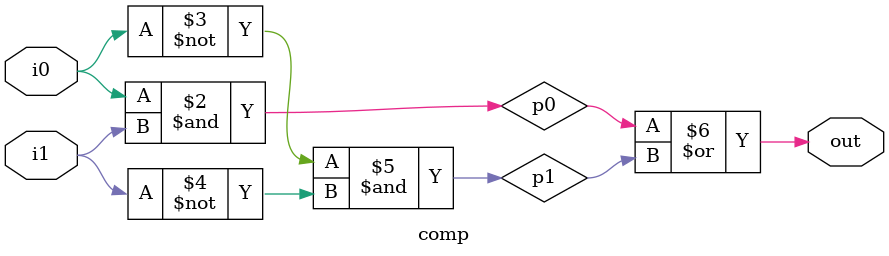
<source format=v>
module comp(
input wire i0,
input wire i1,
output reg out 
);
reg p0,p1;
always @(*) begin
    p0=i0 & i1;
    p1=~i0 & ~i1;
    out=p0 | p1;
    
end
endmodule
</source>
